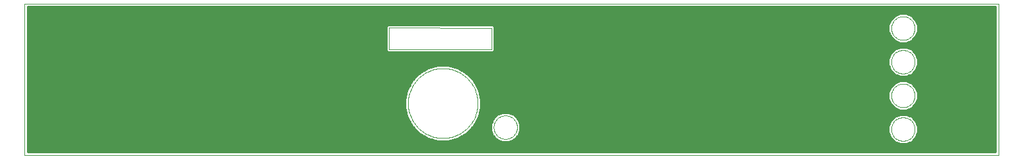
<source format=gtl>
G75*
%MOIN*%
%OFA0B0*%
%FSLAX24Y24*%
%IPPOS*%
%LPD*%
%AMOC8*
5,1,8,0,0,1.08239X$1,22.5*
%
%ADD10C,0.0010*%
%ADD11C,0.0000*%
%ADD12C,0.0000*%
%ADD13C,0.2762*%
%ADD14C,0.3195*%
%ADD15C,0.1660*%
%ADD16C,0.0160*%
D10*
X001479Y002778D02*
X052070Y002778D01*
X052070Y010652D01*
X001479Y010652D01*
X001479Y002778D01*
D11*
X021400Y005475D02*
X021402Y005560D01*
X021408Y005645D01*
X021418Y005729D01*
X021432Y005813D01*
X021450Y005896D01*
X021471Y005978D01*
X021497Y006059D01*
X021526Y006139D01*
X021559Y006217D01*
X021595Y006293D01*
X021636Y006368D01*
X021679Y006441D01*
X021726Y006512D01*
X021776Y006580D01*
X021830Y006646D01*
X021886Y006710D01*
X021946Y006770D01*
X022008Y006828D01*
X022072Y006883D01*
X022140Y006935D01*
X022209Y006984D01*
X022281Y007029D01*
X022355Y007071D01*
X022431Y007109D01*
X022508Y007144D01*
X022587Y007175D01*
X022668Y007203D01*
X022749Y007226D01*
X022832Y007246D01*
X022915Y007262D01*
X022999Y007274D01*
X023084Y007282D01*
X023169Y007286D01*
X023253Y007286D01*
X023338Y007282D01*
X023423Y007274D01*
X023507Y007262D01*
X023590Y007246D01*
X023673Y007226D01*
X023754Y007203D01*
X023835Y007175D01*
X023914Y007144D01*
X023991Y007109D01*
X024067Y007071D01*
X024141Y007029D01*
X024213Y006984D01*
X024282Y006935D01*
X024350Y006883D01*
X024414Y006828D01*
X024476Y006770D01*
X024536Y006710D01*
X024592Y006646D01*
X024646Y006580D01*
X024696Y006512D01*
X024743Y006441D01*
X024786Y006368D01*
X024827Y006293D01*
X024863Y006217D01*
X024896Y006139D01*
X024925Y006059D01*
X024951Y005978D01*
X024972Y005896D01*
X024990Y005813D01*
X025004Y005729D01*
X025014Y005645D01*
X025020Y005560D01*
X025022Y005475D01*
X025020Y005390D01*
X025014Y005305D01*
X025004Y005221D01*
X024990Y005137D01*
X024972Y005054D01*
X024951Y004972D01*
X024925Y004891D01*
X024896Y004811D01*
X024863Y004733D01*
X024827Y004657D01*
X024786Y004582D01*
X024743Y004509D01*
X024696Y004438D01*
X024646Y004370D01*
X024592Y004304D01*
X024536Y004240D01*
X024476Y004180D01*
X024414Y004122D01*
X024350Y004067D01*
X024282Y004015D01*
X024213Y003966D01*
X024141Y003921D01*
X024067Y003879D01*
X023991Y003841D01*
X023914Y003806D01*
X023835Y003775D01*
X023754Y003747D01*
X023673Y003724D01*
X023590Y003704D01*
X023507Y003688D01*
X023423Y003676D01*
X023338Y003668D01*
X023253Y003664D01*
X023169Y003664D01*
X023084Y003668D01*
X022999Y003676D01*
X022915Y003688D01*
X022832Y003704D01*
X022749Y003724D01*
X022668Y003747D01*
X022587Y003775D01*
X022508Y003806D01*
X022431Y003841D01*
X022355Y003879D01*
X022281Y003921D01*
X022209Y003966D01*
X022140Y004015D01*
X022072Y004067D01*
X022008Y004122D01*
X021946Y004180D01*
X021886Y004240D01*
X021830Y004304D01*
X021776Y004370D01*
X021726Y004438D01*
X021679Y004509D01*
X021636Y004582D01*
X021595Y004657D01*
X021559Y004733D01*
X021526Y004811D01*
X021497Y004891D01*
X021471Y004972D01*
X021450Y005054D01*
X021432Y005137D01*
X021418Y005221D01*
X021408Y005305D01*
X021402Y005390D01*
X021400Y005475D01*
X025851Y004225D02*
X025853Y004274D01*
X025859Y004323D01*
X025869Y004371D01*
X025882Y004418D01*
X025900Y004464D01*
X025921Y004508D01*
X025945Y004551D01*
X025973Y004591D01*
X026004Y004630D01*
X026038Y004665D01*
X026075Y004698D01*
X026114Y004727D01*
X026156Y004753D01*
X026199Y004776D01*
X026245Y004795D01*
X026291Y004811D01*
X026339Y004823D01*
X026387Y004831D01*
X026436Y004835D01*
X026486Y004835D01*
X026535Y004831D01*
X026583Y004823D01*
X026631Y004811D01*
X026677Y004795D01*
X026723Y004776D01*
X026766Y004753D01*
X026808Y004727D01*
X026847Y004698D01*
X026884Y004665D01*
X026918Y004630D01*
X026949Y004591D01*
X026977Y004551D01*
X027001Y004508D01*
X027022Y004464D01*
X027040Y004418D01*
X027053Y004371D01*
X027063Y004323D01*
X027069Y004274D01*
X027071Y004225D01*
X027069Y004176D01*
X027063Y004127D01*
X027053Y004079D01*
X027040Y004032D01*
X027022Y003986D01*
X027001Y003942D01*
X026977Y003899D01*
X026949Y003859D01*
X026918Y003820D01*
X026884Y003785D01*
X026847Y003752D01*
X026808Y003723D01*
X026766Y003697D01*
X026723Y003674D01*
X026677Y003655D01*
X026631Y003639D01*
X026583Y003627D01*
X026535Y003619D01*
X026486Y003615D01*
X026436Y003615D01*
X026387Y003619D01*
X026339Y003627D01*
X026291Y003639D01*
X026245Y003655D01*
X026199Y003674D01*
X026156Y003697D01*
X026114Y003723D01*
X026075Y003752D01*
X026038Y003785D01*
X026004Y003820D01*
X025973Y003859D01*
X025945Y003899D01*
X025921Y003942D01*
X025900Y003986D01*
X025882Y004032D01*
X025869Y004079D01*
X025859Y004127D01*
X025853Y004176D01*
X025851Y004225D01*
X046501Y004125D02*
X046503Y004174D01*
X046509Y004223D01*
X046519Y004271D01*
X046532Y004318D01*
X046550Y004364D01*
X046571Y004408D01*
X046595Y004451D01*
X046623Y004491D01*
X046654Y004530D01*
X046688Y004565D01*
X046725Y004598D01*
X046764Y004627D01*
X046806Y004653D01*
X046849Y004676D01*
X046895Y004695D01*
X046941Y004711D01*
X046989Y004723D01*
X047037Y004731D01*
X047086Y004735D01*
X047136Y004735D01*
X047185Y004731D01*
X047233Y004723D01*
X047281Y004711D01*
X047327Y004695D01*
X047373Y004676D01*
X047416Y004653D01*
X047458Y004627D01*
X047497Y004598D01*
X047534Y004565D01*
X047568Y004530D01*
X047599Y004491D01*
X047627Y004451D01*
X047651Y004408D01*
X047672Y004364D01*
X047690Y004318D01*
X047703Y004271D01*
X047713Y004223D01*
X047719Y004174D01*
X047721Y004125D01*
X047719Y004076D01*
X047713Y004027D01*
X047703Y003979D01*
X047690Y003932D01*
X047672Y003886D01*
X047651Y003842D01*
X047627Y003799D01*
X047599Y003759D01*
X047568Y003720D01*
X047534Y003685D01*
X047497Y003652D01*
X047458Y003623D01*
X047416Y003597D01*
X047373Y003574D01*
X047327Y003555D01*
X047281Y003539D01*
X047233Y003527D01*
X047185Y003519D01*
X047136Y003515D01*
X047086Y003515D01*
X047037Y003519D01*
X046989Y003527D01*
X046941Y003539D01*
X046895Y003555D01*
X046849Y003574D01*
X046806Y003597D01*
X046764Y003623D01*
X046725Y003652D01*
X046688Y003685D01*
X046654Y003720D01*
X046623Y003759D01*
X046595Y003799D01*
X046571Y003842D01*
X046550Y003886D01*
X046532Y003932D01*
X046519Y003979D01*
X046509Y004027D01*
X046503Y004076D01*
X046501Y004125D01*
X046501Y005875D02*
X046503Y005924D01*
X046509Y005973D01*
X046519Y006021D01*
X046532Y006068D01*
X046550Y006114D01*
X046571Y006158D01*
X046595Y006201D01*
X046623Y006241D01*
X046654Y006280D01*
X046688Y006315D01*
X046725Y006348D01*
X046764Y006377D01*
X046806Y006403D01*
X046849Y006426D01*
X046895Y006445D01*
X046941Y006461D01*
X046989Y006473D01*
X047037Y006481D01*
X047086Y006485D01*
X047136Y006485D01*
X047185Y006481D01*
X047233Y006473D01*
X047281Y006461D01*
X047327Y006445D01*
X047373Y006426D01*
X047416Y006403D01*
X047458Y006377D01*
X047497Y006348D01*
X047534Y006315D01*
X047568Y006280D01*
X047599Y006241D01*
X047627Y006201D01*
X047651Y006158D01*
X047672Y006114D01*
X047690Y006068D01*
X047703Y006021D01*
X047713Y005973D01*
X047719Y005924D01*
X047721Y005875D01*
X047719Y005826D01*
X047713Y005777D01*
X047703Y005729D01*
X047690Y005682D01*
X047672Y005636D01*
X047651Y005592D01*
X047627Y005549D01*
X047599Y005509D01*
X047568Y005470D01*
X047534Y005435D01*
X047497Y005402D01*
X047458Y005373D01*
X047416Y005347D01*
X047373Y005324D01*
X047327Y005305D01*
X047281Y005289D01*
X047233Y005277D01*
X047185Y005269D01*
X047136Y005265D01*
X047086Y005265D01*
X047037Y005269D01*
X046989Y005277D01*
X046941Y005289D01*
X046895Y005305D01*
X046849Y005324D01*
X046806Y005347D01*
X046764Y005373D01*
X046725Y005402D01*
X046688Y005435D01*
X046654Y005470D01*
X046623Y005509D01*
X046595Y005549D01*
X046571Y005592D01*
X046550Y005636D01*
X046532Y005682D01*
X046519Y005729D01*
X046509Y005777D01*
X046503Y005826D01*
X046501Y005875D01*
X046501Y007625D02*
X046503Y007674D01*
X046509Y007723D01*
X046519Y007771D01*
X046532Y007818D01*
X046550Y007864D01*
X046571Y007908D01*
X046595Y007951D01*
X046623Y007991D01*
X046654Y008030D01*
X046688Y008065D01*
X046725Y008098D01*
X046764Y008127D01*
X046806Y008153D01*
X046849Y008176D01*
X046895Y008195D01*
X046941Y008211D01*
X046989Y008223D01*
X047037Y008231D01*
X047086Y008235D01*
X047136Y008235D01*
X047185Y008231D01*
X047233Y008223D01*
X047281Y008211D01*
X047327Y008195D01*
X047373Y008176D01*
X047416Y008153D01*
X047458Y008127D01*
X047497Y008098D01*
X047534Y008065D01*
X047568Y008030D01*
X047599Y007991D01*
X047627Y007951D01*
X047651Y007908D01*
X047672Y007864D01*
X047690Y007818D01*
X047703Y007771D01*
X047713Y007723D01*
X047719Y007674D01*
X047721Y007625D01*
X047719Y007576D01*
X047713Y007527D01*
X047703Y007479D01*
X047690Y007432D01*
X047672Y007386D01*
X047651Y007342D01*
X047627Y007299D01*
X047599Y007259D01*
X047568Y007220D01*
X047534Y007185D01*
X047497Y007152D01*
X047458Y007123D01*
X047416Y007097D01*
X047373Y007074D01*
X047327Y007055D01*
X047281Y007039D01*
X047233Y007027D01*
X047185Y007019D01*
X047136Y007015D01*
X047086Y007015D01*
X047037Y007019D01*
X046989Y007027D01*
X046941Y007039D01*
X046895Y007055D01*
X046849Y007074D01*
X046806Y007097D01*
X046764Y007123D01*
X046725Y007152D01*
X046688Y007185D01*
X046654Y007220D01*
X046623Y007259D01*
X046595Y007299D01*
X046571Y007342D01*
X046550Y007386D01*
X046532Y007432D01*
X046519Y007479D01*
X046509Y007527D01*
X046503Y007576D01*
X046501Y007625D01*
X046501Y009375D02*
X046503Y009424D01*
X046509Y009473D01*
X046519Y009521D01*
X046532Y009568D01*
X046550Y009614D01*
X046571Y009658D01*
X046595Y009701D01*
X046623Y009741D01*
X046654Y009780D01*
X046688Y009815D01*
X046725Y009848D01*
X046764Y009877D01*
X046806Y009903D01*
X046849Y009926D01*
X046895Y009945D01*
X046941Y009961D01*
X046989Y009973D01*
X047037Y009981D01*
X047086Y009985D01*
X047136Y009985D01*
X047185Y009981D01*
X047233Y009973D01*
X047281Y009961D01*
X047327Y009945D01*
X047373Y009926D01*
X047416Y009903D01*
X047458Y009877D01*
X047497Y009848D01*
X047534Y009815D01*
X047568Y009780D01*
X047599Y009741D01*
X047627Y009701D01*
X047651Y009658D01*
X047672Y009614D01*
X047690Y009568D01*
X047703Y009521D01*
X047713Y009473D01*
X047719Y009424D01*
X047721Y009375D01*
X047719Y009326D01*
X047713Y009277D01*
X047703Y009229D01*
X047690Y009182D01*
X047672Y009136D01*
X047651Y009092D01*
X047627Y009049D01*
X047599Y009009D01*
X047568Y008970D01*
X047534Y008935D01*
X047497Y008902D01*
X047458Y008873D01*
X047416Y008847D01*
X047373Y008824D01*
X047327Y008805D01*
X047281Y008789D01*
X047233Y008777D01*
X047185Y008769D01*
X047136Y008765D01*
X047086Y008765D01*
X047037Y008769D01*
X046989Y008777D01*
X046941Y008789D01*
X046895Y008805D01*
X046849Y008824D01*
X046806Y008847D01*
X046764Y008873D01*
X046725Y008902D01*
X046688Y008935D01*
X046654Y008970D01*
X046623Y009009D01*
X046595Y009049D01*
X046571Y009092D01*
X046550Y009136D01*
X046532Y009182D01*
X046519Y009229D01*
X046509Y009277D01*
X046503Y009326D01*
X046501Y009375D01*
D12*
X025732Y009392D02*
X025732Y008290D01*
X020416Y008290D01*
X020416Y009393D01*
X025732Y009392D01*
D13*
X013961Y008725D03*
X008211Y008725D03*
X008211Y004725D03*
X013961Y004725D03*
D14*
X032211Y006725D03*
X043211Y006725D03*
D15*
X050889Y007700D03*
X002660Y007700D03*
D16*
X001664Y007692D02*
X046321Y007692D01*
X046321Y007782D02*
X046321Y007468D01*
X046442Y007178D01*
X046664Y006955D01*
X046954Y006835D01*
X047269Y006835D01*
X047559Y006955D01*
X047781Y007178D01*
X047902Y007468D01*
X047902Y007782D01*
X047781Y008073D01*
X047559Y008295D01*
X047269Y008416D01*
X046954Y008416D01*
X046664Y008295D01*
X046442Y008073D01*
X046321Y007782D01*
X046349Y007850D02*
X001664Y007850D01*
X001664Y008009D02*
X046415Y008009D01*
X046536Y008167D02*
X025864Y008167D01*
X025859Y008162D02*
X025912Y008215D01*
X025912Y008215D01*
X025912Y008215D01*
X025912Y008291D01*
X025912Y009318D01*
X025912Y009318D01*
X025912Y009391D01*
X025912Y009467D01*
X025912Y009467D01*
X025912Y009467D01*
X025860Y009520D01*
X025807Y009573D01*
X025807Y009573D01*
X025807Y009573D01*
X025732Y009573D01*
X025658Y009573D01*
X025657Y009573D01*
X020491Y009573D01*
X020491Y009573D01*
X020416Y009573D01*
X020341Y009573D01*
X020288Y009520D01*
X020236Y009468D01*
X020236Y009468D01*
X020236Y009468D01*
X020236Y009392D01*
X020236Y009318D01*
X020236Y008290D01*
X020236Y008215D01*
X020289Y008162D01*
X020341Y008110D01*
X020341Y008110D01*
X020341Y008110D01*
X020440Y008110D01*
X025734Y008110D01*
X025806Y008110D01*
X025806Y008110D01*
X025806Y008110D01*
X025859Y008162D01*
X025912Y008326D02*
X046738Y008326D01*
X047485Y008326D02*
X051885Y008326D01*
X051885Y008484D02*
X025912Y008484D01*
X025912Y008643D02*
X046815Y008643D01*
X046954Y008585D02*
X047269Y008585D01*
X047559Y008705D01*
X047781Y008928D01*
X047902Y009218D01*
X047902Y009532D01*
X047781Y009823D01*
X047559Y010045D01*
X047269Y010166D01*
X046954Y010166D01*
X046664Y010045D01*
X046442Y009823D01*
X046321Y009532D01*
X046321Y009218D01*
X046442Y008928D01*
X046664Y008705D01*
X046954Y008585D01*
X046568Y008801D02*
X025912Y008801D01*
X025912Y008960D02*
X046428Y008960D01*
X046363Y009118D02*
X025912Y009118D01*
X025912Y009277D02*
X046321Y009277D01*
X046321Y009435D02*
X025912Y009435D01*
X020341Y009573D02*
X020341Y009573D01*
X020341Y009573D01*
X020236Y009435D02*
X001664Y009435D01*
X001664Y009277D02*
X020236Y009277D01*
X020236Y009318D02*
X020236Y009318D01*
X020236Y009118D02*
X001664Y009118D01*
X001664Y008960D02*
X020236Y008960D01*
X020236Y008801D02*
X001664Y008801D01*
X001664Y008643D02*
X020236Y008643D01*
X020236Y008484D02*
X001664Y008484D01*
X001664Y008326D02*
X020236Y008326D01*
X020236Y008215D02*
X020236Y008215D01*
X020236Y008215D01*
X020284Y008167D02*
X001664Y008167D01*
X001664Y007533D02*
X046321Y007533D01*
X046360Y007375D02*
X023815Y007375D01*
X023980Y007331D02*
X023474Y007466D01*
X022949Y007466D01*
X022443Y007331D01*
X021989Y007068D01*
X021618Y006698D01*
X021356Y006244D01*
X021220Y005737D01*
X021220Y005213D01*
X021356Y004707D01*
X021618Y004253D01*
X021989Y003882D01*
X022443Y003620D01*
X022949Y003484D01*
X023474Y003484D01*
X023980Y003620D01*
X024434Y003882D01*
X024805Y004253D01*
X025067Y004707D01*
X025203Y005213D01*
X025203Y005737D01*
X025067Y006244D01*
X024805Y006698D01*
X024434Y007068D01*
X023980Y007331D01*
X024178Y007216D02*
X046425Y007216D01*
X046561Y007058D02*
X024445Y007058D01*
X024603Y006899D02*
X046799Y006899D01*
X047424Y006899D02*
X051885Y006899D01*
X051885Y006741D02*
X024762Y006741D01*
X024871Y006582D02*
X046754Y006582D01*
X046664Y006545D02*
X046442Y006323D01*
X046321Y006032D01*
X046321Y005718D01*
X046442Y005428D01*
X046664Y005205D01*
X046954Y005085D01*
X047269Y005085D01*
X047559Y005205D01*
X047781Y005428D01*
X047902Y005718D01*
X047902Y006032D01*
X047781Y006323D01*
X047559Y006545D01*
X047269Y006666D01*
X046954Y006666D01*
X046664Y006545D01*
X046543Y006424D02*
X024963Y006424D01*
X025054Y006265D02*
X046418Y006265D01*
X046352Y006107D02*
X025104Y006107D01*
X025146Y005948D02*
X046321Y005948D01*
X046321Y005790D02*
X025188Y005790D01*
X025203Y005631D02*
X046357Y005631D01*
X046423Y005473D02*
X025203Y005473D01*
X025203Y005314D02*
X046555Y005314D01*
X046783Y005156D02*
X025187Y005156D01*
X025145Y004997D02*
X026261Y004997D01*
X026304Y005016D02*
X026014Y004895D01*
X025792Y004673D01*
X025671Y004382D01*
X025671Y004068D01*
X025792Y003778D01*
X026014Y003555D01*
X026304Y003435D01*
X026619Y003435D01*
X026909Y003555D01*
X027131Y003778D01*
X027252Y004068D01*
X027252Y004382D01*
X027131Y004673D01*
X026909Y004895D01*
X026619Y005016D01*
X026304Y005016D01*
X026662Y004997D02*
X051885Y004997D01*
X051885Y004839D02*
X047454Y004839D01*
X047559Y004795D02*
X047269Y004916D01*
X046954Y004916D01*
X046664Y004795D01*
X046442Y004573D01*
X046321Y004282D01*
X046321Y003968D01*
X046442Y003678D01*
X046664Y003455D01*
X046954Y003335D01*
X047269Y003335D01*
X047559Y003455D01*
X047781Y003678D01*
X047902Y003968D01*
X047902Y004282D01*
X047781Y004573D01*
X047559Y004795D01*
X047674Y004680D02*
X051885Y004680D01*
X051885Y004522D02*
X047803Y004522D01*
X047868Y004363D02*
X051885Y004363D01*
X051885Y004205D02*
X047902Y004205D01*
X047902Y004046D02*
X051885Y004046D01*
X051885Y003888D02*
X047869Y003888D01*
X047803Y003729D02*
X051885Y003729D01*
X051885Y003571D02*
X047675Y003571D01*
X047456Y003412D02*
X051885Y003412D01*
X051885Y003254D02*
X001664Y003254D01*
X001664Y003412D02*
X046767Y003412D01*
X046548Y003571D02*
X026925Y003571D01*
X027083Y003729D02*
X046420Y003729D01*
X046354Y003888D02*
X027177Y003888D01*
X027243Y004046D02*
X046321Y004046D01*
X046321Y004205D02*
X027252Y004205D01*
X027252Y004363D02*
X046355Y004363D01*
X046420Y004522D02*
X027194Y004522D01*
X027124Y004680D02*
X046549Y004680D01*
X046769Y004839D02*
X026965Y004839D01*
X025958Y004839D02*
X025102Y004839D01*
X025052Y004680D02*
X025799Y004680D01*
X025729Y004522D02*
X024960Y004522D01*
X024869Y004363D02*
X025671Y004363D01*
X025671Y004205D02*
X024757Y004205D01*
X024598Y004046D02*
X025680Y004046D01*
X025746Y003888D02*
X024440Y003888D01*
X024170Y003729D02*
X025840Y003729D01*
X025998Y003571D02*
X023797Y003571D01*
X022626Y003571D02*
X001664Y003571D01*
X001664Y003729D02*
X022253Y003729D01*
X021983Y003888D02*
X001664Y003888D01*
X001664Y004046D02*
X021825Y004046D01*
X021666Y004205D02*
X001664Y004205D01*
X001664Y004363D02*
X021554Y004363D01*
X021463Y004522D02*
X001664Y004522D01*
X001664Y004680D02*
X021371Y004680D01*
X021321Y004839D02*
X001664Y004839D01*
X001664Y004997D02*
X021278Y004997D01*
X021236Y005156D02*
X001664Y005156D01*
X001664Y005314D02*
X021220Y005314D01*
X021220Y005473D02*
X001664Y005473D01*
X001664Y005631D02*
X021220Y005631D01*
X021235Y005790D02*
X001664Y005790D01*
X001664Y005948D02*
X021277Y005948D01*
X021319Y006107D02*
X001664Y006107D01*
X001664Y006265D02*
X021369Y006265D01*
X021460Y006424D02*
X001664Y006424D01*
X001664Y006582D02*
X021552Y006582D01*
X021661Y006741D02*
X001664Y006741D01*
X001664Y006899D02*
X021820Y006899D01*
X021978Y007058D02*
X001664Y007058D01*
X001664Y007216D02*
X022245Y007216D01*
X022608Y007375D02*
X001664Y007375D01*
X001664Y009594D02*
X046347Y009594D01*
X046412Y009752D02*
X001664Y009752D01*
X001664Y009911D02*
X046530Y009911D01*
X046722Y010069D02*
X001664Y010069D01*
X001664Y010228D02*
X051885Y010228D01*
X051885Y010386D02*
X001664Y010386D01*
X001664Y010467D02*
X051885Y010467D01*
X051885Y002963D01*
X001664Y002963D01*
X001664Y010467D01*
X001664Y003095D02*
X051885Y003095D01*
X051885Y005156D02*
X047440Y005156D01*
X047668Y005314D02*
X051885Y005314D01*
X051885Y005473D02*
X047800Y005473D01*
X047866Y005631D02*
X051885Y005631D01*
X051885Y005790D02*
X047902Y005790D01*
X047902Y005948D02*
X051885Y005948D01*
X051885Y006107D02*
X047871Y006107D01*
X047805Y006265D02*
X051885Y006265D01*
X051885Y006424D02*
X047680Y006424D01*
X047469Y006582D02*
X051885Y006582D01*
X051885Y007058D02*
X047662Y007058D01*
X047797Y007216D02*
X051885Y007216D01*
X051885Y007375D02*
X047863Y007375D01*
X047902Y007533D02*
X051885Y007533D01*
X051885Y007692D02*
X047902Y007692D01*
X047874Y007850D02*
X051885Y007850D01*
X051885Y008009D02*
X047808Y008009D01*
X047687Y008167D02*
X051885Y008167D01*
X051885Y008643D02*
X047408Y008643D01*
X047655Y008801D02*
X051885Y008801D01*
X051885Y008960D02*
X047795Y008960D01*
X047860Y009118D02*
X051885Y009118D01*
X051885Y009277D02*
X047902Y009277D01*
X047902Y009435D02*
X051885Y009435D01*
X051885Y009594D02*
X047876Y009594D01*
X047811Y009752D02*
X051885Y009752D01*
X051885Y009911D02*
X047693Y009911D01*
X047501Y010069D02*
X051885Y010069D01*
M02*

</source>
